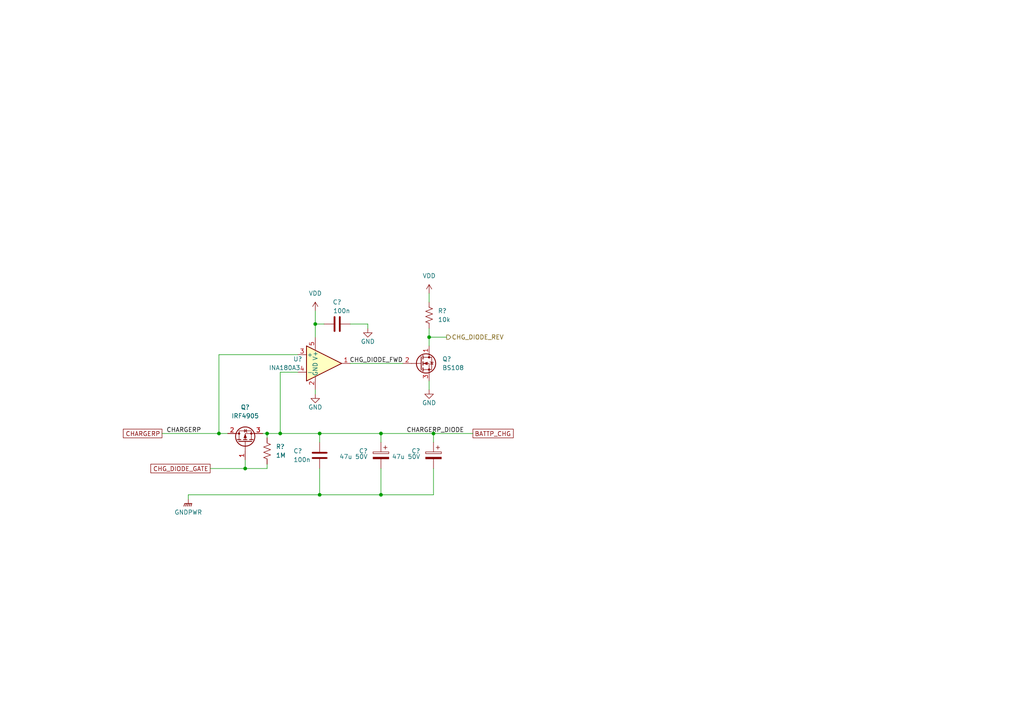
<source format=kicad_sch>
(kicad_sch (version 20211123) (generator eeschema)
  (paper "A4")
  (lib_symbols
    (symbol "Amplifier_Current:INA180A3" (pin_names (offset 0.127))
      (property "Reference" "U" (at 3.81 3.81 0))
      (property "Value" "INA180A3" (at 3.81 -2.54 0))
      (symbol "INA180A3_0_1"
        (polyline (pts (xy 5.08 0) (xy -5.08 5.08) (xy -5.08 -5.08) (xy 5.08 0)) (stroke (width 0.254)) (fill (type background)))
      )
      (symbol "INA180A3_1_1"
        (pin output line (at 7.62 0 180) (length 2.54) (name "~") (number "1"))
        (pin power_in line (at -2.54 -7.62 90) (length 3.81) (name "GND") (number "2"))
        (pin input line (at -7.62 2.54 0) (length 2.54) (name "+") (number "3"))
        (pin input line (at -7.62 -2.54 0) (length 2.54) (name "-") (number "4"))
        (pin power_in line (at -2.54 7.62 270) (length 3.81) (name "V+") (number "5"))
      )
    )
    (symbol "Device:C" (pin_numbers hide) (pin_names (offset 0.254))
      (property "Reference" "C" (at 0.635 2.54 0))
      (property "Value" "C" (at 0.635 -2.54 0))
      (symbol "C_0_1"
        (polyline (pts (xy -2.032 -0.762) (xy 2.032 -0.762)) (stroke (width 0.508)))
        (polyline (pts (xy -2.032 0.762) (xy 2.032 0.762)) (stroke (width 0.508)))
      )
      (symbol "C_1_1"
        (pin passive line (at 0 3.81 270) (length 2.794) (name "~") (number "1"))
        (pin passive line (at 0 -3.81 90) (length 2.794) (name "~") (number "2"))
      )
    )
    (symbol "Device:C_Polarized" (pin_numbers hide) (pin_names (offset 0.254))
      (property "Reference" "C" (at 0.635 2.54 0))
      (property "Value" "C_Polarized" (at 0.635 -2.54 0))
      (symbol "C_Polarized_0_1"
        (rectangle (start -2.286 0.508) (end 2.286 1.016))
        (polyline (pts (xy -1.778 2.286) (xy -0.762 2.286)))
        (polyline (pts (xy -1.27 2.794) (xy -1.27 1.778)))
        (rectangle (start 2.286 -0.508) (end -2.286 -1.016) (fill (type outline)))
      )
      (symbol "C_Polarized_1_1"
        (pin passive line (at 0 3.81 270) (length 2.794) (name "~") (number "1"))
        (pin passive line (at 0 -3.81 90) (length 2.794) (name "~") (number "2"))
      )
    )
    (symbol "Device:R_US" (pin_numbers hide) (pin_names (offset 0))
      (property "Reference" "R" (at 2.54 0 90))
      (property "Value" "R_US" (at -2.54 0 90))
      (symbol "R_US_0_1"
        (polyline (pts (xy 0 -2.286) (xy 0 -2.54)))
        (polyline (pts (xy 0 2.286) (xy 0 2.54)))
        (polyline (pts (xy 0 -0.762) (xy 1.016 -1.143) (xy 0 -1.524) (xy -1.016 -1.905) (xy 0 -2.286)))
        (polyline (pts (xy 0 0.762) (xy 1.016 0.381) (xy 0 0) (xy -1.016 -0.381) (xy 0 -0.762)))
        (polyline (pts (xy 0 2.286) (xy 1.016 1.905) (xy 0 1.524) (xy -1.016 1.143) (xy 0 0.762)))
      )
      (symbol "R_US_1_1"
        (pin passive line (at 0 3.81 270) (length 1.27) (name "~") (number "1"))
        (pin passive line (at 0 -3.81 90) (length 1.27) (name "~") (number "2"))
      )
    )
    (symbol "Transistor_FET:BS108" (pin_names hide)
      (property "Reference" "Q" (at 5.08 1.905 0))
      (property "Value" "BS108" (at 5.08 0 0))
      (symbol "BS108_0_1"
        (polyline (pts (xy 0.254 0) (xy -2.54 0)))
        (polyline (pts (xy 0.254 1.905) (xy 0.254 -1.905)) (stroke (width 0.254)))
        (polyline (pts (xy 0.762 -1.27) (xy 0.762 -2.286)) (stroke (width 0.254)))
        (polyline (pts (xy 0.762 0.508) (xy 0.762 -0.508)) (stroke (width 0.254)))
        (polyline (pts (xy 0.762 2.286) (xy 0.762 1.27)) (stroke (width 0.254)))
        (polyline (pts (xy 2.54 2.54) (xy 2.54 1.778)))
        (polyline (pts (xy 2.54 -2.54) (xy 2.54 0) (xy 0.762 0)))
        (polyline (pts (xy 0.762 -1.778) (xy 3.302 -1.778) (xy 3.302 1.778) (xy 0.762 1.778)))
        (polyline (pts (xy 1.016 0) (xy 2.032 0.381) (xy 2.032 -0.381) (xy 1.016 0)) (fill (type outline)))
        (polyline (pts (xy 2.794 0.508) (xy 2.921 0.381) (xy 3.683 0.381) (xy 3.81 0.254)))
        (polyline (pts (xy 3.302 0.381) (xy 2.921 -0.254) (xy 3.683 -0.254) (xy 3.302 0.381)))
        (circle (center 1.651 0) (radius 2.794) (stroke (width 0.254)))
        (circle (center 2.54 -1.778) (radius 0.254) (fill (type outline)))
        (circle (center 2.54 1.778) (radius 0.254) (fill (type outline)))
      )
      (symbol "BS108_1_1"
        (pin passive line (at 2.54 5.08 270) (length 2.54) (name "D") (number "1"))
        (pin input line (at -5.08 0 0) (length 2.54) (name "G") (number "2"))
        (pin passive line (at 2.54 -5.08 90) (length 2.54) (name "S") (number "3"))
      )
    )
    (symbol "Transistor_FET:IRF4905" (pin_names hide)
      (property "Reference" "Q" (at 5.08 1.905 0))
      (property "Value" "IRF4905" (at 5.08 0 0))
      (symbol "IRF4905_0_1"
        (polyline (pts (xy 0.254 0) (xy -2.54 0)))
        (polyline (pts (xy 0.254 1.905) (xy 0.254 -1.905)) (stroke (width 0.254)))
        (polyline (pts (xy 0.762 -1.27) (xy 0.762 -2.286)) (stroke (width 0.254)))
        (polyline (pts (xy 0.762 0.508) (xy 0.762 -0.508)) (stroke (width 0.254)))
        (polyline (pts (xy 0.762 2.286) (xy 0.762 1.27)) (stroke (width 0.254)))
        (polyline (pts (xy 2.54 2.54) (xy 2.54 1.778)))
        (polyline (pts (xy 2.54 -2.54) (xy 2.54 0) (xy 0.762 0)))
        (polyline (pts (xy 0.762 1.778) (xy 3.302 1.778) (xy 3.302 -1.778) (xy 0.762 -1.778)))
        (polyline (pts (xy 2.286 0) (xy 1.27 0.381) (xy 1.27 -0.381) (xy 2.286 0)) (fill (type outline)))
        (polyline (pts (xy 2.794 -0.508) (xy 2.921 -0.381) (xy 3.683 -0.381) (xy 3.81 -0.254)))
        (polyline (pts (xy 3.302 -0.381) (xy 2.921 0.254) (xy 3.683 0.254) (xy 3.302 -0.381)))
        (circle (center 1.651 0) (radius 2.794) (stroke (width 0.254)))
        (circle (center 2.54 -1.778) (radius 0.254) (fill (type outline)))
        (circle (center 2.54 1.778) (radius 0.254) (fill (type outline)))
      )
      (symbol "IRF4905_1_1"
        (pin input line (at -5.08 0 0) (length 2.54) (name "G") (number "1"))
        (pin passive line (at 2.54 5.08 270) (length 2.54) (name "D") (number "2"))
        (pin passive line (at 2.54 -5.08 90) (length 2.54) (name "S") (number "3"))
      )
    )
    (symbol "power:GND" (power) (pin_names (offset 0))
      (property "Value" "GND" (at 0 -3.81 0))
      (symbol "GND_0_1"
        (polyline (pts (xy 0 0) (xy 0 -1.27) (xy 1.27 -1.27) (xy 0 -2.54) (xy -1.27 -1.27) (xy 0 -1.27)))
      )
      (symbol "GND_1_1"
        (pin power_in line (at 0 0 270) (length 0) hide (name "GND") (number "1"))
      )
    )
    (symbol "power:GNDPWR" (power) (pin_names (offset 0))
      (property "Value" "GNDPWR" (at 0 -3.302 0))
      (symbol "GNDPWR_0_1"
        (polyline (pts (xy 0 -1.27) (xy 0 0)))
        (polyline (pts (xy -1.016 -1.27) (xy -1.27 -2.032) (xy -1.27 -2.032)) (stroke (width 0.2032)))
        (polyline (pts (xy -0.508 -1.27) (xy -0.762 -2.032) (xy -0.762 -2.032)) (stroke (width 0.2032)))
        (polyline (pts (xy 0 -1.27) (xy -0.254 -2.032) (xy -0.254 -2.032)) (stroke (width 0.2032)))
        (polyline (pts (xy 0.508 -1.27) (xy 0.254 -2.032) (xy 0.254 -2.032)) (stroke (width 0.2032)))
        (polyline (pts (xy 1.016 -1.27) (xy -1.016 -1.27) (xy -1.016 -1.27)) (stroke (width 0.2032)))
        (polyline (pts (xy 1.016 -1.27) (xy 0.762 -2.032) (xy 0.762 -2.032) (xy 0.762 -2.032)) (stroke (width 0.2032)))
      )
      (symbol "GNDPWR_1_1"
        (pin power_in line (at 0 0 270) (length 0) hide (name "GNDPWR") (number "1"))
      )
    )
    (symbol "power:VDD" (power) (pin_names (offset 0))
      (property "Value" "VDD" (at 0 3.81 0))
      (symbol "VDD_0_1"
        (polyline (pts (xy -0.762 1.27) (xy 0 2.54)))
        (polyline (pts (xy 0 0) (xy 0 2.54)))
        (polyline (pts (xy 0 2.54) (xy 0.762 1.27)))
      )
      (symbol "VDD_1_1"
        (pin power_in line (at 0 0 90) (length 0) hide (name "VDD") (number "1"))
      )
    )
  )
  (junction (at 110.49 125.73))
  (junction (at 63.5 125.73))
  (junction (at 81.28 125.73))
  (junction (at 92.71 125.73))
  (junction (at 125.73 125.73))
  (junction (at 71.12 135.89))
  (junction (at 92.71 143.51))
  (junction (at 77.47 125.73))
  (junction (at 110.49 143.51))
  (junction (at 91.44 93.98))
  (junction (at 124.46 97.79))
  (wire (pts (xy 81.28 125.73) (xy 92.71 125.73)))
  (wire (pts (xy 92.71 135.89) (xy 92.71 143.51)))
  (wire (pts (xy 77.47 135.89) (xy 71.12 135.89)))
  (wire (pts (xy 63.5 125.73) (xy 66.04 125.73)))
  (wire (pts (xy 86.36 102.87) (xy 63.5 102.87)))
  (wire (pts (xy 110.49 135.89) (xy 110.49 143.51)))
  (wire (pts (xy 124.46 95.25) (xy 124.46 97.79)))
  (wire (pts (xy 124.46 110.49) (xy 124.46 113.03)))
  (wire (pts (xy 60.96 135.89) (xy 71.12 135.89)))
  (wire (pts (xy 91.44 114.3) (xy 91.44 113.03)))
  (wire (pts (xy 92.71 125.73) (xy 110.49 125.73)))
  (wire (pts (xy 76.2 125.73) (xy 77.47 125.73)))
  (wire (pts (xy 125.73 135.89) (xy 125.73 143.51)))
  (wire (pts (xy 91.44 93.98) (xy 91.44 97.79)))
  (wire (pts (xy 91.44 93.98) (xy 93.98 93.98)))
  (wire (pts (xy 124.46 85.09) (xy 124.46 87.63)))
  (wire (pts (xy 86.36 107.95) (xy 81.28 107.95)))
  (wire (pts (xy 92.71 143.51) (xy 110.49 143.51)))
  (wire (pts (xy 54.61 143.51) (xy 92.71 143.51)))
  (wire (pts (xy 77.47 134.62) (xy 77.47 135.89)))
  (wire (pts (xy 125.73 125.73) (xy 110.49 125.73)))
  (wire (pts (xy 106.68 93.98) (xy 106.68 95.25)))
  (wire (pts (xy 125.73 128.27) (xy 125.73 125.73)))
  (wire (pts (xy 91.44 90.17) (xy 91.44 93.98)))
  (wire (pts (xy 77.47 125.73) (xy 77.47 127)))
  (wire (pts (xy 77.47 125.73) (xy 81.28 125.73)))
  (wire (pts (xy 63.5 102.87) (xy 63.5 125.73)))
  (wire (pts (xy 106.68 93.98) (xy 101.6 93.98)))
  (wire (pts (xy 92.71 125.73) (xy 92.71 128.27)))
  (wire (pts (xy 81.28 107.95) (xy 81.28 125.73)))
  (wire (pts (xy 101.6 105.41) (xy 116.84 105.41)))
  (wire (pts (xy 110.49 128.27) (xy 110.49 125.73)))
  (wire (pts (xy 46.99 125.73) (xy 63.5 125.73)))
  (wire (pts (xy 54.61 144.78) (xy 54.61 143.51)))
  (wire (pts (xy 71.12 135.89) (xy 71.12 133.35)))
  (wire (pts (xy 125.73 125.73) (xy 137.16 125.73)))
  (wire (pts (xy 124.46 97.79) (xy 129.54 97.79)))
  (wire (pts (xy 124.46 100.33) (xy 124.46 97.79)))
  (wire (pts (xy 125.73 143.51) (xy 110.49 143.51)))
  (label "CHARGERP" (at 48.26 125.73 0))
  (label "CHG_DIODE_FWD" (at 116.84 105.41 180))
  (label "CHARGERP_DIODE" (at 134.62 125.73 180))
  (global_label "BATTP_CHG" (shape passive) (at 137.16 125.73 0) (property "Intersheet References" "${INTERSHEET_REFS}" (effects hide)))
  (global_label "CHG_DIODE_GATE" (shape passive) (at 60.96 135.89 180) (property "Intersheet References" "${INTERSHEET_REFS}" (effects hide)))
  (global_label "CHARGERP" (shape passive) (at 46.99 125.73 180) (property "Intersheet References" "${INTERSHEET_REFS}" (effects hide)))
  (hierarchical_label "CHG_DIODE_REV" (shape output) (at 129.54 97.79 0))
  (symbol (lib_id "Transistor_FET:BS108") (at 121.92 105.41 0) (unit 1)
    (property "Reference" "Q?" (at 128.27 104.1399 0) (effects (justify left)))
    (property "Value" "BS108" (at 128.27 106.6799 0) (effects (justify left)))
    (property "Footprint" "Package_TO_SOT_THT:TO-92_Inline" (effects hide))
    (property "Datasheet" "http://www.redrok.com/MOSFET_BS108_200V_250mA_8O_Vth1.5_TO-92.PDF" (effects hide))
  )
  (symbol (lib_id "Device:R_US") (at 77.47 130.81 180) (unit 1)
    (property "Reference" "R?" (at 80.01 129.5399 0) (effects (justify right)))
    (property "Value" "1M" (at 80.01 132.0799 0) (effects (justify right)))
  )
  (symbol (lib_id "power:VDD") (at 124.46 85.09 0) (unit 1)
    (property "Reference" "#PWR?" (effects hide))
    (property "Value" "VDD" (at 124.46 80.01 0))
  )
  (symbol (lib_id "power:GND") (at 106.68 95.25 0) (mirror y) (unit 1)
    (property "Reference" "#PWR?" (effects hide))
    (property "Value" "GND" (at 106.68 99.06 0))
  )
  (symbol (lib_id "Device:C_Polarized") (at 125.73 132.08 0) (mirror y) (unit 1)
    (property "Reference" "C?" (at 121.92 130.81 0) (effects (justify left)))
    (property "Value" "47u 50V" (at 121.92 132.4609 0) (effects (justify left)))
    (property "Footprint" "Capacitor_THT:CP_Radial_D8.0mm_P3.50mm" (effects hide))
    (property "part_number" "ECA-1HM101BJ" (effects hide))
  )
  (symbol (lib_id "power:GNDPWR") (at 54.61 144.78 0) (unit 1)
    (property "Reference" "#PWR?" (effects hide))
    (property "Value" "GNDPWR" (at 54.61 148.59 0))
  )
  (symbol (lib_id "Device:C_Polarized") (at 110.49 132.08 0) (mirror y) (unit 1)
    (property "Reference" "C?" (at 106.68 130.81 0) (effects (justify left)))
    (property "Value" "47u 50V" (at 106.68 132.4609 0) (effects (justify left)))
    (property "Footprint" "Capacitor_THT:CP_Radial_D8.0mm_P3.50mm" (effects hide))
    (property "part_number" "ECA-1HM101BJ" (effects hide))
  )
  (symbol (lib_id "Amplifier_Current:INA180A3") (at 93.98 105.41 0) (unit 1)
    (property "Reference" "U?" (at 86.36 104.14 0))
    (property "Value" "INA180A3" (at 82.55 106.68 0))
    (property "Footprint" "Package_TO_SOT_SMD:SOT-23-5" (effects hide))
    (property "Datasheet" "http://www.ti.com/lit/ds/symlink/ina180.pdf" (effects hide))
  )
  (symbol (lib_id "power:GND") (at 91.44 114.3 0) (mirror y) (unit 1)
    (property "Reference" "#PWR?" (effects hide))
    (property "Value" "GND" (at 91.44 118.11 0))
  )
  (symbol (lib_id "Device:R_US") (at 124.46 91.44 180) (unit 1)
    (property "Reference" "R?" (at 127 90.1699 0) (effects (justify right)))
    (property "Value" "10k" (at 127 92.7099 0) (effects (justify right)))
  )
  (symbol (lib_id "Device:C") (at 92.71 132.08 0) (unit 1)
    (property "Reference" "C?" (at 85.09 130.81 0) (effects (justify left)))
    (property "Value" "100n" (at 85.09 133.35 0) (effects (justify left)))
  )
  (symbol (lib_id "power:VDD") (at 91.44 90.17 0) (unit 1)
    (property "Reference" "#PWR?" (effects hide))
    (property "Value" "VDD" (at 91.44 85.09 0))
  )
  (symbol (lib_id "Transistor_FET:IRF4905") (at 71.12 128.27 90) (unit 1)
    (property "Reference" "Q?" (at 71.12 118.11 90))
    (property "Value" "IRF4905" (at 71.12 120.65 90))
    (property "Footprint" "Package_TO_SOT_THT:TO-220-3_Vertical" (effects hide))
    (property "Datasheet" "http://www.infineon.com/dgdl/irf4905.pdf?fileId=5546d462533600a4015355e32165197c" (effects hide))
  )
  (symbol (lib_id "power:GND") (at 124.46 113.03 0) (mirror y) (unit 1)
    (property "Reference" "#PWR?" (effects hide))
    (property "Value" "GND" (at 124.46 116.84 0))
  )
  (symbol (lib_id "Device:C") (at 97.79 93.98 90) (unit 1)
    (property "Reference" "C?" (at 99.06 87.63 90) (effects (justify left)))
    (property "Value" "100n" (at 101.6 90.17 90) (effects (justify left)))
    (property "Footprint" "Capacitor_SMD:C_0805_2012Metric" (effects hide))
    (property "part_number" "GCD21BR71H104KA01L" (effects hide))
  )
)
</source>
